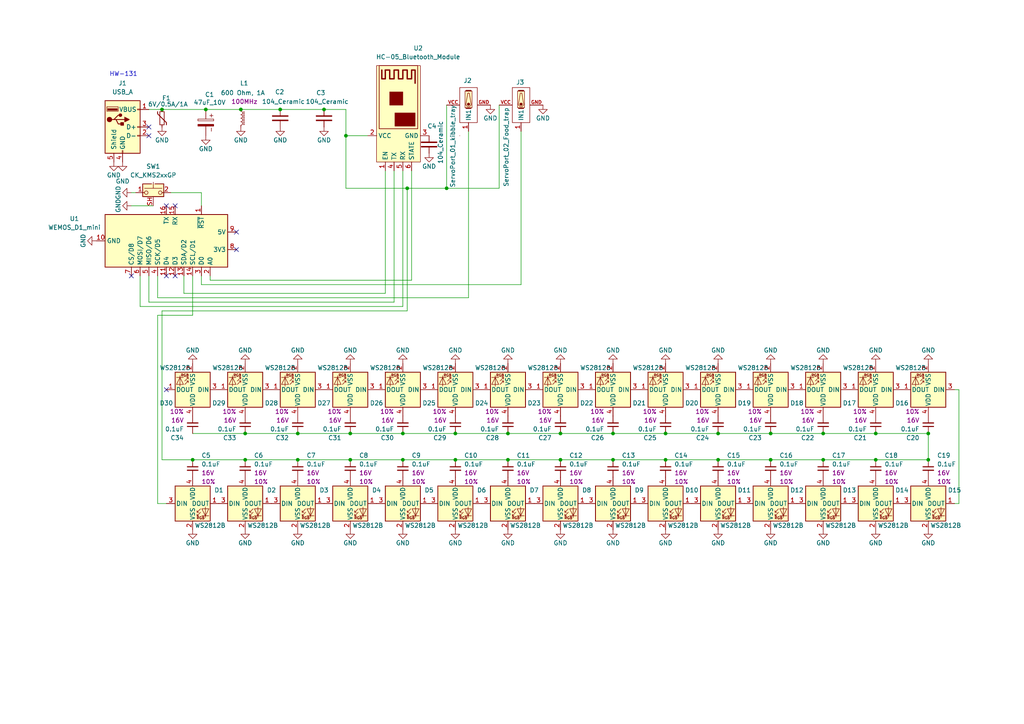
<source format=kicad_sch>
(kicad_sch (version 20250114) (generator "eeschema") (generator_version "9.0")
  (paper "A4")
  (title_block (title "Cat_feeder") (date "2026-01-28") (comment 1 "This is the schematic symbolising the electrical wiring of the cat feeder project."))
  (text "HW-131" (at 35.814 21.59 0) (effects (font (size 1.27 1.27))))
  (junction (at 254 125.73))
  (junction (at 193.04 125.73))
  (junction (at 177.8 133.35))
  (junction (at 118.11 54.61))
  (junction (at 162.56 125.73))
  (junction (at 46.99 31.75))
  (junction (at 177.8 125.73))
  (junction (at 269.24 133.35))
  (junction (at 86.36 133.35))
  (junction (at 208.28 125.73))
  (junction (at 81.28 31.75))
  (junction (at 238.76 133.35))
  (junction (at 86.36 125.73))
  (junction (at 223.52 133.35))
  (junction (at 223.52 125.73))
  (junction (at 238.76 125.73))
  (junction (at 116.84 125.73))
  (junction (at 100.33 39.37))
  (junction (at 71.12 133.35))
  (junction (at 129.54 54.61))
  (junction (at 59.69 31.75))
  (junction (at 101.6 125.73))
  (junction (at 162.56 133.35))
  (junction (at 116.84 133.35))
  (junction (at 93.98 31.75))
  (junction (at 132.08 133.35))
  (junction (at 55.88 133.35))
  (junction (at 254 133.35))
  (junction (at 147.32 125.73))
  (junction (at 69.85 31.75))
  (junction (at 147.32 133.35))
  (junction (at 193.04 133.35))
  (junction (at 269.24 125.73))
  (junction (at 71.12 125.73))
  (junction (at 208.28 133.35))
  (junction (at 101.6 133.35))
  (junction (at 132.08 125.73))
  (no_connect (at 50.8 80.01))
  (no_connect (at 43.18 39.37))
  (no_connect (at 50.8 59.69))
  (no_connect (at 38.1 80.01))
  (no_connect (at 43.18 36.83))
  (no_connect (at 68.58 72.39))
  (no_connect (at 48.26 80.01))
  (no_connect (at 68.58 67.31))
  (no_connect (at 48.26 113.03))
  (no_connect (at 48.26 59.69))
  (wire (pts (xy 114.3 49.53) (xy 114.3 87.63)))
  (wire (pts (xy 38.1 59.69) (xy 44.45 59.69)))
  (wire (pts (xy 162.56 133.35) (xy 147.32 133.35)))
  (wire (pts (xy 116.84 88.9) (xy 116.84 49.53)))
  (wire (pts (xy 135.89 38.1) (xy 135.89 86.36)))
  (wire (pts (xy 71.12 125.73) (xy 86.36 125.73)))
  (wire (pts (xy 147.32 125.73) (xy 162.56 125.73)))
  (wire (pts (xy 58.42 55.88) (xy 58.42 59.69)))
  (wire (pts (xy 269.24 125.73) (xy 269.24 133.35)))
  (wire (pts (xy 111.76 49.53) (xy 111.76 85.09)))
  (wire (pts (xy 129.54 54.61) (xy 144.78 54.61)))
  (wire (pts (xy 55.88 91.44) (xy 55.88 80.01)))
  (wire (pts (xy 254 133.35) (xy 238.76 133.35)))
  (wire (pts (xy 208.28 133.35) (xy 193.04 133.35)))
  (wire (pts (xy 223.52 125.73) (xy 238.76 125.73)))
  (wire (pts (xy 46.99 90.17) (xy 46.99 133.35)))
  (wire (pts (xy 45.72 91.44) (xy 55.88 91.44)))
  (wire (pts (xy 111.76 85.09) (xy 53.34 85.09)))
  (wire (pts (xy 116.84 125.73) (xy 132.08 125.73)))
  (wire (pts (xy 278.13 146.05) (xy 278.13 113.03)))
  (wire (pts (xy 55.88 125.73) (xy 71.12 125.73)))
  (wire (pts (xy 116.84 133.35) (xy 132.08 133.35)))
  (wire (pts (xy 59.69 31.75) (xy 69.85 31.75)))
  (wire (pts (xy 100.33 39.37) (xy 100.33 54.61)))
  (wire (pts (xy 43.18 80.01) (xy 43.18 87.63)))
  (wire (pts (xy 177.8 133.35) (xy 162.56 133.35)))
  (wire (pts (xy 100.33 31.75) (xy 100.33 39.37)))
  (wire (pts (xy 69.85 31.75) (xy 81.28 31.75)))
  (wire (pts (xy 276.86 146.05) (xy 278.13 146.05)))
  (wire (pts (xy 40.64 80.01) (xy 40.64 88.9)))
  (wire (pts (xy 60.96 81.28) (xy 119.38 81.28)))
  (wire (pts (xy 101.6 125.73) (xy 116.84 125.73)))
  (wire (pts (xy 144.78 30.48) (xy 144.78 54.61)))
  (wire (pts (xy 208.28 125.73) (xy 223.52 125.73)))
  (wire (pts (xy 151.13 38.1) (xy 151.13 82.55)))
  (wire (pts (xy 86.36 125.73) (xy 101.6 125.73)))
  (wire (pts (xy 55.88 133.35) (xy 71.12 133.35)))
  (wire (pts (xy 269.24 133.35) (xy 254 133.35)))
  (wire (pts (xy 53.34 85.09) (xy 53.34 80.01)))
  (wire (pts (xy 238.76 133.35) (xy 223.52 133.35)))
  (wire (pts (xy 132.08 133.35) (xy 147.32 133.35)))
  (wire (pts (xy 118.11 54.61) (xy 100.33 54.61)))
  (wire (pts (xy 118.11 90.17) (xy 118.11 54.61)))
  (wire (pts (xy 132.08 125.73) (xy 147.32 125.73)))
  (wire (pts (xy 60.96 81.28) (xy 60.96 80.01)))
  (wire (pts (xy 119.38 49.53) (xy 119.38 81.28)))
  (wire (pts (xy 43.18 31.75) (xy 46.99 31.75)))
  (wire (pts (xy 49.53 55.88) (xy 58.42 55.88)))
  (wire (pts (xy 43.18 87.63) (xy 114.3 87.63)))
  (wire (pts (xy 276.86 113.03) (xy 278.13 113.03)))
  (wire (pts (xy 58.42 82.55) (xy 151.13 82.55)))
  (wire (pts (xy 177.8 125.73) (xy 193.04 125.73)))
  (wire (pts (xy 81.28 31.75) (xy 93.98 31.75)))
  (wire (pts (xy 116.84 133.35) (xy 101.6 133.35)))
  (wire (pts (xy 118.11 54.61) (xy 129.54 54.61)))
  (wire (pts (xy 100.33 39.37) (xy 106.68 39.37)))
  (wire (pts (xy 223.52 133.35) (xy 208.28 133.35)))
  (wire (pts (xy 39.37 55.88) (xy 38.1 55.88)))
  (wire (pts (xy 45.72 86.36) (xy 135.89 86.36)))
  (wire (pts (xy 45.72 80.01) (xy 45.72 86.36)))
  (wire (pts (xy 46.99 133.35) (xy 55.88 133.35)))
  (wire (pts (xy 162.56 125.73) (xy 177.8 125.73)))
  (wire (pts (xy 118.11 90.17) (xy 46.99 90.17)))
  (wire (pts (xy 101.6 133.35) (xy 86.36 133.35)))
  (wire (pts (xy 48.26 146.05) (xy 45.72 146.05)))
  (wire (pts (xy 254 125.73) (xy 269.24 125.73)))
  (wire (pts (xy 40.64 88.9) (xy 116.84 88.9)))
  (wire (pts (xy 129.54 30.48) (xy 129.54 54.61)))
  (wire (pts (xy 238.76 125.73) (xy 254 125.73)))
  (wire (pts (xy 46.99 31.75) (xy 59.69 31.75)))
  (wire (pts (xy 86.36 133.35) (xy 71.12 133.35)))
  (wire (pts (xy 45.72 146.05) (xy 45.72 91.44)))
  (wire (pts (xy 193.04 125.73) (xy 208.28 125.73)))
  (wire (pts (xy 58.42 80.01) (xy 58.42 82.55)))
  (wire (pts (xy 93.98 31.75) (xy 100.33 31.75)))
  (wire (pts (xy 193.04 133.35) (xy 177.8 133.35)))
  (symbol (lib_id "PCM_SparkFun-LED:WS2812B_2020") (at 177.8 146.05 0) (unit 1)
    (property "Reference" "D9" (at 185.42 142.1698 0))
    (property "Value" "WS2812B" (at 182.88 152.4 0))
    (property "Footprint" "PCM_SparkFun-LED:WS2812_2020" (effects (hide yes)))
    (property "Datasheet" "https://cdn.sparkfun.com/assets/e/1/0/f/b/WS2812C-2020_V1.2_EN_19112716191654.pdf" (effects (hide yes)))
    (property "Description" "RGB LED with integrated controller" (effects (hide yes)))
    (property "PROD_ID" "DIO-15591" (effects (hide yes)))
  )
  (symbol (lib_id "PCM_SparkFun-PowerSymbol:GND") (at 55.88 153.67 0) (unit 1)
    (property "Reference" "#PWR01" (effects (hide yes)))
    (property "Value" "GND" (at 55.88 157.48 0))
    (property "Description" "Power symbol creates a global label with name \"GND\" , ground" (effects (hide yes)))
  )
  (symbol (lib_id "PCM_SparkFun-Capacitor:0.1uF_0402_16V_10%") (at 177.8 123.19 180) (unit 1)
    (property "Reference" "C26" (at 175.26 126.9938 0) (effects (justify left)))
    (property "Value" "0.1uF" (at 175.26 124.4538 0) (effects (justify left)))
    (property "Footprint" "PCM_SparkFun-Capacitor:C_0402_1005Metric" (effects (hide yes)))
    (property "Datasheet" "https://cdn.sparkfun.com/assets/8/a/4/a/5/Kemet_Capacitor_Datasheet.pdf" (effects (hide yes)))
    (property "Description" "Unpolarized capacitor" (effects (hide yes)))
    (property "PROD_ID" "CAP-25565" (effects (hide yes)))
    (property "Voltage" "16V" (at 175.26 121.9138 0) (effects (justify left)))
    (property "Tolerance" "10%" (at 175.26 119.3738 0) (effects (justify left)))
  )
  (symbol (lib_id "PCM_SL_Capacitors:104_Ceramic") (at 93.98 34.29 90) (unit 1)
    (property "Reference" "C3" (at 91.694 26.924 90) (effects (justify right)))
    (property "Value" "104_Ceramic" (at 88.646 29.464 90) (effects (justify right)))
    (property "Footprint" "Capacitor_THT:C_Disc_D5.0mm_W2.5mm_P2.50mm" (effects (hide yes)))
    (property "Description" "100nF Ceramic Capacitor" (effects (hide yes)))
  )
  (symbol (lib_id "PCM_SparkFun-Capacitor:0.1uF_0402_16V_10%") (at 269.24 135.89 0) (unit 1)
    (property "Reference" "C19" (at 271.78 132.0862 0) (effects (justify left)))
    (property "Value" "0.1uF" (at 271.78 134.6262 0) (effects (justify left)))
    (property "Footprint" "PCM_SparkFun-Capacitor:C_0402_1005Metric" (effects (hide yes)))
    (property "Datasheet" "https://cdn.sparkfun.com/assets/8/a/4/a/5/Kemet_Capacitor_Datasheet.pdf" (effects (hide yes)))
    (property "Description" "Unpolarized capacitor" (effects (hide yes)))
    (property "PROD_ID" "CAP-25565" (effects (hide yes)))
    (property "Voltage" "16V" (at 271.78 137.1662 0) (effects (justify left)))
    (property "Tolerance" "10%" (at 271.78 139.7062 0) (effects (justify left)))
  )
  (symbol (lib_id "PCM_SparkFun-LED:WS2812B_2020") (at 116.84 113.03 180) (unit 1)
    (property "Reference" "D26" (at 109.22 116.9102 0))
    (property "Value" "WS2812B" (at 111.76 106.68 0))
    (property "Footprint" "PCM_SparkFun-LED:WS2812_2020" (effects (hide yes)))
    (property "Datasheet" "https://cdn.sparkfun.com/assets/e/1/0/f/b/WS2812C-2020_V1.2_EN_19112716191654.pdf" (effects (hide yes)))
    (property "Description" "RGB LED with integrated controller" (effects (hide yes)))
    (property "PROD_ID" "DIO-15591" (effects (hide yes)))
  )
  (symbol (lib_id "PCM_SparkFun-PowerSymbol:GND") (at 254 105.41 180) (unit 1)
    (property "Reference" "#PWR030" (effects (hide yes)))
    (property "Value" "GND" (at 254 101.6 0))
    (property "Description" "Power symbol creates a global label with name \"GND\" , ground" (effects (hide yes)))
  )
  (symbol (lib_id "PCM_SparkFun-Capacitor:0.1uF_0402_16V_10%") (at 101.6 135.89 0) (unit 1)
    (property "Reference" "C8" (at 104.14 132.0862 0) (effects (justify left)))
    (property "Value" "0.1uF" (at 104.14 134.6262 0) (effects (justify left)))
    (property "Footprint" "PCM_SparkFun-Capacitor:C_0402_1005Metric" (effects (hide yes)))
    (property "Datasheet" "https://cdn.sparkfun.com/assets/8/a/4/a/5/Kemet_Capacitor_Datasheet.pdf" (effects (hide yes)))
    (property "Description" "Unpolarized capacitor" (effects (hide yes)))
    (property "PROD_ID" "CAP-25565" (effects (hide yes)))
    (property "Voltage" "16V" (at 104.14 137.1662 0) (effects (justify left)))
    (property "Tolerance" "10%" (at 104.14 139.7062 0) (effects (justify left)))
  )
  (symbol (lib_id "PCM_SparkFun-Capacitor:0.1uF_0402_16V_10%") (at 269.24 123.19 180) (unit 1)
    (property "Reference" "C20" (at 266.7 126.9938 0) (effects (justify left)))
    (property "Value" "0.1uF" (at 266.7 124.4538 0) (effects (justify left)))
    (property "Footprint" "PCM_SparkFun-Capacitor:C_0402_1005Metric" (effects (hide yes)))
    (property "Datasheet" "https://cdn.sparkfun.com/assets/8/a/4/a/5/Kemet_Capacitor_Datasheet.pdf" (effects (hide yes)))
    (property "Description" "Unpolarized capacitor" (effects (hide yes)))
    (property "PROD_ID" "CAP-25565" (effects (hide yes)))
    (property "Voltage" "16V" (at 266.7 121.9138 0) (effects (justify left)))
    (property "Tolerance" "10%" (at 266.7 119.3738 0) (effects (justify left)))
  )
  (symbol (lib_id "PCM_SparkFun-Capacitor:0.1uF_0402_16V_10%") (at 208.28 135.89 0) (unit 1)
    (property "Reference" "C15" (at 210.82 132.0862 0) (effects (justify left)))
    (property "Value" "0.1uF" (at 210.82 134.6262 0) (effects (justify left)))
    (property "Footprint" "PCM_SparkFun-Capacitor:C_0402_1005Metric" (effects (hide yes)))
    (property "Datasheet" "https://cdn.sparkfun.com/assets/8/a/4/a/5/Kemet_Capacitor_Datasheet.pdf" (effects (hide yes)))
    (property "Description" "Unpolarized capacitor" (effects (hide yes)))
    (property "PROD_ID" "CAP-25565" (effects (hide yes)))
    (property "Voltage" "16V" (at 210.82 137.1662 0) (effects (justify left)))
    (property "Tolerance" "10%" (at 210.82 139.7062 0) (effects (justify left)))
  )
  (symbol (lib_id "PCM_SparkFun-LED:WS2812B_2020") (at 147.32 146.05 0) (unit 1)
    (property "Reference" "D7" (at 154.94 142.1698 0))
    (property "Value" "WS2812B" (at 152.4 152.4 0))
    (property "Footprint" "PCM_SparkFun-LED:WS2812_2020" (effects (hide yes)))
    (property "Datasheet" "https://cdn.sparkfun.com/assets/e/1/0/f/b/WS2812C-2020_V1.2_EN_19112716191654.pdf" (effects (hide yes)))
    (property "Description" "RGB LED with integrated controller" (effects (hide yes)))
    (property "PROD_ID" "DIO-15591" (effects (hide yes)))
  )
  (symbol (lib_id "PCM_SparkFun-PowerSymbol:GND") (at 81.28 36.83 0) (unit 1)
    (property "Reference" "#PWR014" (effects (hide yes)))
    (property "Value" "GND" (at 81.28 40.64 0))
    (property "Description" "Power symbol creates a global label with name \"GND\" , ground" (effects (hide yes)))
  )
  (symbol (lib_id "PCM_SparkFun-PowerSymbol:GND") (at 33.02 46.99 0) (unit 1)
    (property "Reference" "#PWR07" (effects (hide yes)))
    (property "Value" "GND" (at 33.02 50.8 0))
    (property "Description" "Power symbol creates a global label with name \"GND\" , ground" (effects (hide yes)))
  )
  (symbol (lib_id "PCM_SparkFun-LED:WS2812B_2020") (at 177.8 113.03 180) (unit 1)
    (property "Reference" "D22" (at 170.18 116.9102 0))
    (property "Value" "WS2812B" (at 172.72 106.68 0))
    (property "Footprint" "PCM_SparkFun-LED:WS2812_2020" (effects (hide yes)))
    (property "Datasheet" "https://cdn.sparkfun.com/assets/e/1/0/f/b/WS2812C-2020_V1.2_EN_19112716191654.pdf" (effects (hide yes)))
    (property "Description" "RGB LED with integrated controller" (effects (hide yes)))
    (property "PROD_ID" "DIO-15591" (effects (hide yes)))
  )
  (symbol (lib_id "PCM_SparkFun-Capacitor:0.1uF_0402_16V_10%") (at 132.08 123.19 180) (unit 1)
    (property "Reference" "C29" (at 129.54 126.9938 0) (effects (justify left)))
    (property "Value" "0.1uF" (at 129.54 124.4538 0) (effects (justify left)))
    (property "Footprint" "PCM_SparkFun-Capacitor:C_0402_1005Metric" (effects (hide yes)))
    (property "Datasheet" "https://cdn.sparkfun.com/assets/8/a/4/a/5/Kemet_Capacitor_Datasheet.pdf" (effects (hide yes)))
    (property "Description" "Unpolarized capacitor" (effects (hide yes)))
    (property "PROD_ID" "CAP-25565" (effects (hide yes)))
    (property "Voltage" "16V" (at 129.54 121.9138 0) (effects (justify left)))
    (property "Tolerance" "10%" (at 129.54 119.3738 0) (effects (justify left)))
  )
  (symbol (lib_id "PCM_SparkFun-PowerSymbol:GND") (at 208.28 153.67 0) (unit 1)
    (property "Reference" "#PWR024" (effects (hide yes)))
    (property "Value" "GND" (at 208.28 157.48 0))
    (property "Description" "Power symbol creates a global label with name \"GND\" , ground" (effects (hide yes)))
  )
  (symbol (lib_id "PCM_SparkFun-PowerSymbol:GND") (at 35.56 46.99 0) (unit 1)
    (property "Reference" "#PWR03" (effects (hide yes)))
    (property "Value" "GND" (at 35.56 52.578 0))
    (property "Description" "Power symbol creates a global label with name \"GND\" , ground" (effects (hide yes)))
  )
  (symbol (lib_id "PCM_SparkFun-PowerSymbol:GND") (at 86.36 105.41 180) (unit 1)
    (property "Reference" "#PWR041" (effects (hide yes)))
    (property "Value" "GND" (at 86.36 101.6 0))
    (property "Description" "Power symbol creates a global label with name \"GND\" , ground" (effects (hide yes)))
  )
  (symbol (lib_id "PCM_SparkFun-Capacitor:0.1uF_0402_16V_10%") (at 162.56 123.19 180) (unit 1)
    (property "Reference" "C27" (at 160.02 126.9938 0) (effects (justify left)))
    (property "Value" "0.1uF" (at 160.02 124.4538 0) (effects (justify left)))
    (property "Footprint" "PCM_SparkFun-Capacitor:C_0402_1005Metric" (effects (hide yes)))
    (property "Datasheet" "https://cdn.sparkfun.com/assets/8/a/4/a/5/Kemet_Capacitor_Datasheet.pdf" (effects (hide yes)))
    (property "Description" "Unpolarized capacitor" (effects (hide yes)))
    (property "PROD_ID" "CAP-25565" (effects (hide yes)))
    (property "Voltage" "16V" (at 160.02 121.9138 0) (effects (justify left)))
    (property "Tolerance" "10%" (at 160.02 119.3738 0) (effects (justify left)))
  )
  (symbol (lib_id "PCM_SparkFun-PowerSymbol:GND") (at 132.08 153.67 0) (unit 1)
    (property "Reference" "#PWR020" (effects (hide yes)))
    (property "Value" "GND" (at 132.08 157.48 0))
    (property "Description" "Power symbol creates a global label with name \"GND\" , ground" (effects (hide yes)))
  )
  (symbol (lib_id "PCM_SparkFun-Capacitor:0.1uF_0402_16V_10%") (at 147.32 135.89 0) (unit 1)
    (property "Reference" "C11" (at 149.86 132.0862 0) (effects (justify left)))
    (property "Value" "0.1uF" (at 149.86 134.6262 0) (effects (justify left)))
    (property "Footprint" "PCM_SparkFun-Capacitor:C_0402_1005Metric" (effects (hide yes)))
    (property "Datasheet" "https://cdn.sparkfun.com/assets/8/a/4/a/5/Kemet_Capacitor_Datasheet.pdf" (effects (hide yes)))
    (property "Description" "Unpolarized capacitor" (effects (hide yes)))
    (property "PROD_ID" "CAP-25565" (effects (hide yes)))
    (property "Voltage" "16V" (at 149.86 137.1662 0) (effects (justify left)))
    (property "Tolerance" "10%" (at 149.86 139.7062 0) (effects (justify left)))
  )
  (symbol (lib_id "PCM_SparkFun-PowerSymbol:GND") (at 71.12 153.67 0) (unit 1)
    (property "Reference" "#PWR016" (effects (hide yes)))
    (property "Value" "GND" (at 71.12 157.48 0))
    (property "Description" "Power symbol creates a global label with name \"GND\" , ground" (effects (hide yes)))
  )
  (symbol (lib_id "PCM_SparkFun-PowerSymbol:GND") (at 157.48 30.48 0) (unit 1)
    (property "Reference" "#PWR010" (effects (hide yes)))
    (property "Value" "GND" (at 157.48 34.29 0))
    (property "Description" "Power symbol creates a global label with name \"GND\" , ground" (effects (hide yes)))
  )
  (symbol (lib_id "PCM_SparkFun-Capacitor:0.1uF_0402_16V_10%") (at 71.12 123.19 180) (unit 1)
    (property "Reference" "C33" (at 68.58 126.9938 0) (effects (justify left)))
    (property "Value" "0.1uF" (at 68.58 124.4538 0) (effects (justify left)))
    (property "Footprint" "PCM_SparkFun-Capacitor:C_0402_1005Metric" (effects (hide yes)))
    (property "Datasheet" "https://cdn.sparkfun.com/assets/8/a/4/a/5/Kemet_Capacitor_Datasheet.pdf" (effects (hide yes)))
    (property "Description" "Unpolarized capacitor" (effects (hide yes)))
    (property "PROD_ID" "CAP-25565" (effects (hide yes)))
    (property "Voltage" "16V" (at 68.58 121.9138 0) (effects (justify left)))
    (property "Tolerance" "10%" (at 68.58 119.3738 0) (effects (justify left)))
  )
  (symbol (lib_id "PCM_SparkFun-LED:WS2812B_2020") (at 162.56 113.03 180) (unit 1)
    (property "Reference" "D23" (at 154.94 116.9102 0))
    (property "Value" "WS2812B" (at 157.48 106.68 0))
    (property "Footprint" "PCM_SparkFun-LED:WS2812_2020" (effects (hide yes)))
    (property "Datasheet" "https://cdn.sparkfun.com/assets/e/1/0/f/b/WS2812C-2020_V1.2_EN_19112716191654.pdf" (effects (hide yes)))
    (property "Description" "RGB LED with integrated controller" (effects (hide yes)))
    (property "PROD_ID" "DIO-15591" (effects (hide yes)))
  )
  (symbol (lib_id "PCM_SparkFun-PowerSymbol:GND") (at 55.88 105.41 180) (unit 1)
    (property "Reference" "#PWR043" (effects (hide yes)))
    (property "Value" "GND" (at 55.88 101.6 0))
    (property "Description" "Power symbol creates a global label with name \"GND\" , ground" (effects (hide yes)))
  )
  (symbol (lib_id "PCM_SparkFun-LED:WS2812B_2020") (at 193.04 113.03 180) (unit 1)
    (property "Reference" "D21" (at 185.42 116.9102 0))
    (property "Value" "WS2812B" (at 187.96 106.68 0))
    (property "Footprint" "PCM_SparkFun-LED:WS2812_2020" (effects (hide yes)))
    (property "Datasheet" "https://cdn.sparkfun.com/assets/e/1/0/f/b/WS2812C-2020_V1.2_EN_19112716191654.pdf" (effects (hide yes)))
    (property "Description" "RGB LED with integrated controller" (effects (hide yes)))
    (property "PROD_ID" "DIO-15591" (effects (hide yes)))
  )
  (symbol (lib_id "PCM_SparkFun-Capacitor:0.1uF_0402_16V_10%") (at 55.88 123.19 180) (unit 1)
    (property "Reference" "C34" (at 53.34 126.9938 0) (effects (justify left)))
    (property "Value" "0.1uF" (at 53.34 124.4538 0) (effects (justify left)))
    (property "Footprint" "PCM_SparkFun-Capacitor:C_0402_1005Metric" (effects (hide yes)))
    (property "Datasheet" "https://cdn.sparkfun.com/assets/8/a/4/a/5/Kemet_Capacitor_Datasheet.pdf" (effects (hide yes)))
    (property "Description" "Unpolarized capacitor" (effects (hide yes)))
    (property "PROD_ID" "CAP-25565" (effects (hide yes)))
    (property "Voltage" "16V" (at 53.34 121.9138 0) (effects (justify left)))
    (property "Tolerance" "10%" (at 53.34 119.3738 0) (effects (justify left)))
  )
  (symbol (lib_id "PCM_SparkFun-LED:WS2812B_2020") (at 132.08 146.05 0) (unit 1)
    (property "Reference" "D6" (at 139.7 142.1698 0))
    (property "Value" "WS2812B" (at 137.16 152.4 0))
    (property "Footprint" "PCM_SparkFun-LED:WS2812_2020" (effects (hide yes)))
    (property "Datasheet" "https://cdn.sparkfun.com/assets/e/1/0/f/b/WS2812C-2020_V1.2_EN_19112716191654.pdf" (effects (hide yes)))
    (property "Description" "RGB LED with integrated controller" (effects (hide yes)))
    (property "PROD_ID" "DIO-15591" (effects (hide yes)))
  )
  (symbol (lib_id "PCM_SparkFun-PowerSymbol:GND") (at 101.6 153.67 0) (unit 1)
    (property "Reference" "#PWR018" (effects (hide yes)))
    (property "Value" "GND" (at 101.6 157.48 0))
    (property "Description" "Power symbol creates a global label with name \"GND\" , ground" (effects (hide yes)))
  )
  (symbol (lib_id "PCM_SparkFun-Capacitor:0.1uF_0402_16V_10%") (at 147.32 123.19 180) (unit 1)
    (property "Reference" "C28" (at 144.78 126.9938 0) (effects (justify left)))
    (property "Value" "0.1uF" (at 144.78 124.4538 0) (effects (justify left)))
    (property "Footprint" "PCM_SparkFun-Capacitor:C_0402_1005Metric" (effects (hide yes)))
    (property "Datasheet" "https://cdn.sparkfun.com/assets/8/a/4/a/5/Kemet_Capacitor_Datasheet.pdf" (effects (hide yes)))
    (property "Description" "Unpolarized capacitor" (effects (hide yes)))
    (property "PROD_ID" "CAP-25565" (effects (hide yes)))
    (property "Voltage" "16V" (at 144.78 121.9138 0) (effects (justify left)))
    (property "Tolerance" "10%" (at 144.78 119.3738 0) (effects (justify left)))
  )
  (symbol (lib_id "PCM_SparkFun-PowerSymbol:GND") (at 147.32 105.41 180) (unit 1)
    (property "Reference" "#PWR037" (effects (hide yes)))
    (property "Value" "GND" (at 147.32 101.6 0))
    (property "Description" "Power symbol creates a global label with name \"GND\" , ground" (effects (hide yes)))
  )
  (symbol (lib_id "PCM_SparkFun-Capacitor:0.1uF_0402_16V_10%") (at 193.04 135.89 0) (unit 1)
    (property "Reference" "C14" (at 195.58 132.0862 0) (effects (justify left)))
    (property "Value" "0.1uF" (at 195.58 134.6262 0) (effects (justify left)))
    (property "Footprint" "PCM_SparkFun-Capacitor:C_0402_1005Metric" (effects (hide yes)))
    (property "Datasheet" "https://cdn.sparkfun.com/assets/8/a/4/a/5/Kemet_Capacitor_Datasheet.pdf" (effects (hide yes)))
    (property "Description" "Unpolarized capacitor" (effects (hide yes)))
    (property "PROD_ID" "CAP-25565" (effects (hide yes)))
    (property "Voltage" "16V" (at 195.58 137.1662 0) (effects (justify left)))
    (property "Tolerance" "10%" (at 195.58 139.7062 0) (effects (justify left)))
  )
  (symbol (lib_id "PCM_SparkFun-LED:WS2812B_2020") (at 238.76 113.03 180) (unit 1)
    (property "Reference" "D18" (at 231.14 116.9102 0))
    (property "Value" "WS2812B" (at 233.68 106.68 0))
    (property "Footprint" "PCM_SparkFun-LED:WS2812_2020" (effects (hide yes)))
    (property "Datasheet" "https://cdn.sparkfun.com/assets/e/1/0/f/b/WS2812C-2020_V1.2_EN_19112716191654.pdf" (effects (hide yes)))
    (property "Description" "RGB LED with integrated controller" (effects (hide yes)))
    (property "PROD_ID" "DIO-15591" (effects (hide yes)))
  )
  (symbol (lib_id "PCM_SparkFun-Capacitor:0.1uF_0402_16V_10%") (at 71.12 135.89 0) (unit 1)
    (property "Reference" "C6" (at 73.66 132.0862 0) (effects (justify left)))
    (property "Value" "0.1uF" (at 73.66 134.6262 0) (effects (justify left)))
    (property "Footprint" "PCM_SparkFun-Capacitor:C_0402_1005Metric" (effects (hide yes)))
    (property "Datasheet" "https://cdn.sparkfun.com/assets/8/a/4/a/5/Kemet_Capacitor_Datasheet.pdf" (effects (hide yes)))
    (property "Description" "Unpolarized capacitor" (effects (hide yes)))
    (property "PROD_ID" "CAP-25565" (effects (hide yes)))
    (property "Voltage" "16V" (at 73.66 137.1662 0) (effects (justify left)))
    (property "Tolerance" "10%" (at 73.66 139.7062 0) (effects (justify left)))
  )
  (symbol (lib_id "PCM_SparkFun-Capacitor:0.1uF_0402_16V_10%") (at 193.04 123.19 180) (unit 1)
    (property "Reference" "C25" (at 190.5 126.9938 0) (effects (justify left)))
    (property "Value" "0.1uF" (at 190.5 124.4538 0) (effects (justify left)))
    (property "Footprint" "PCM_SparkFun-Capacitor:C_0402_1005Metric" (effects (hide yes)))
    (property "Datasheet" "https://cdn.sparkfun.com/assets/8/a/4/a/5/Kemet_Capacitor_Datasheet.pdf" (effects (hide yes)))
    (property "Description" "Unpolarized capacitor" (effects (hide yes)))
    (property "PROD_ID" "CAP-25565" (effects (hide yes)))
    (property "Voltage" "16V" (at 190.5 121.9138 0) (effects (justify left)))
    (property "Tolerance" "10%" (at 190.5 119.3738 0) (effects (justify left)))
  )
  (symbol (lib_id "PCM_SL_Connectors:ServoPort_01") (at 135.89 30.48 90) (unit 1)
    (property "Reference" "J2" (at 135.636 23.368 90))
    (property "Value" "ServoPort_01_kibble_tray" (at 131.318 42.418 0))
    (property "Footprint" "PCM_SL_Connectors:ServoPort_01_Vertical" (effects (hide yes)))
    (property "Description" "pin header array which can connect servos." (effects (hide yes)))
  )
  (symbol (lib_id "PCM_SparkFun-PowerSymbol:GND") (at 238.76 105.41 180) (unit 1)
    (property "Reference" "#PWR031" (effects (hide yes)))
    (property "Value" "GND" (at 238.76 101.6 0))
    (property "Description" "Power symbol creates a global label with name \"GND\" , ground" (effects (hide yes)))
  )
  (symbol (lib_id "PCM_SparkFun-LED:WS2812B_2020") (at 101.6 146.05 0) (unit 1)
    (property "Reference" "D4" (at 109.22 142.1698 0))
    (property "Value" "WS2812B" (at 106.68 152.4 0))
    (property "Footprint" "PCM_SparkFun-LED:WS2812_2020" (effects (hide yes)))
    (property "Datasheet" "https://cdn.sparkfun.com/assets/e/1/0/f/b/WS2812C-2020_V1.2_EN_19112716191654.pdf" (effects (hide yes)))
    (property "Description" "RGB LED with integrated controller" (effects (hide yes)))
    (property "PROD_ID" "DIO-15591" (effects (hide yes)))
  )
  (symbol (lib_id "PCM_SparkFun-LED:WS2812B_2020") (at 147.32 113.03 180) (unit 1)
    (property "Reference" "D24" (at 139.7 116.9102 0))
    (property "Value" "WS2812B" (at 142.24 106.68 0))
    (property "Footprint" "PCM_SparkFun-LED:WS2812_2020" (effects (hide yes)))
    (property "Datasheet" "https://cdn.sparkfun.com/assets/e/1/0/f/b/WS2812C-2020_V1.2_EN_19112716191654.pdf" (effects (hide yes)))
    (property "Description" "RGB LED with integrated controller" (effects (hide yes)))
    (property "PROD_ID" "DIO-15591" (effects (hide yes)))
  )
  (symbol (lib_id "RF_Module:WEMOS_D1_mini") (at 48.26 69.85 270) (unit 1)
    (property "Reference" "U1" (at 21.59 63.4298 90))
    (property "Value" "WEMOS_D1_mini" (at 21.59 65.9698 90))
    (property "Footprint" "RF_Module:WEMOS_D1_mini_light" (effects (hide yes)))
    (property "Datasheet" "https://wiki.wemos.cc/products:d1:d1_mini#documentation" (effects (hide yes)))
    (property "Description" "32-bit microcontroller module with WiFi" (effects (hide yes)))
  )
  (symbol (lib_id "PCM_SparkFun-LED:WS2812B_2020") (at 86.36 146.05 0) (unit 1)
    (property "Reference" "D3" (at 93.98 142.1698 0))
    (property "Value" "WS2812B" (at 91.44 152.4 0))
    (property "Footprint" "PCM_SparkFun-LED:WS2812_2020" (effects (hide yes)))
    (property "Datasheet" "https://cdn.sparkfun.com/assets/e/1/0/f/b/WS2812C-2020_V1.2_EN_19112716191654.pdf" (effects (hide yes)))
    (property "Description" "RGB LED with integrated controller" (effects (hide yes)))
    (property "PROD_ID" "DIO-15591" (effects (hide yes)))
  )
  (symbol (lib_id "PCM_SL_Capacitors:47uF_10V") (at 59.69 35.56 270) (unit 1)
    (property "Reference" "C1" (at 59.436 27.432 90) (effects (justify left)))
    (property "Value" "47uF_10V" (at 56.134 29.718 90) (effects (justify left)))
    (property "Footprint" "Capacitor_THT:CP_Radial_D4.0mm_P1.50mm" (effects (hide yes)))
    (property "Description" "47uF, 10V Electrolytic Capacitor" (effects (hide yes)))
  )
  (symbol (lib_id "PCM_SparkFun-LED:WS2812B_2020") (at 208.28 146.05 0) (unit 1)
    (property "Reference" "D11" (at 215.9 142.1698 0))
    (property "Value" "WS2812B" (at 213.36 152.4 0))
    (property "Footprint" "PCM_SparkFun-LED:WS2812_2020" (effects (hide yes)))
    (property "Datasheet" "https://cdn.sparkfun.com/assets/e/1/0/f/b/WS2812C-2020_V1.2_EN_19112716191654.pdf" (effects (hide yes)))
    (property "Description" "RGB LED with integrated controller" (effects (hide yes)))
    (property "PROD_ID" "DIO-15591" (effects (hide yes)))
  )
  (symbol (lib_id "PCM_SparkFun-LED:WS2812B_2020") (at 55.88 146.05 0) (unit 1)
    (property "Reference" "D1" (at 63.5 142.1698 0))
    (property "Value" "WS2812B" (at 60.96 152.4 0))
    (property "Footprint" "PCM_SparkFun-LED:WS2812_2020" (effects (hide yes)))
    (property "Datasheet" "https://cdn.sparkfun.com/assets/e/1/0/f/b/WS2812C-2020_V1.2_EN_19112716191654.pdf" (effects (hide yes)))
    (property "Description" "RGB LED with integrated controller" (effects (hide yes)))
    (property "PROD_ID" "DIO-15591" (effects (hide yes)))
  )
  (symbol (lib_id "PCM_SparkFun-LED:WS2812B_2020") (at 55.88 113.03 180) (unit 1)
    (property "Reference" "D30" (at 48.26 116.9102 0))
    (property "Value" "WS2812B" (at 50.8 106.68 0))
    (property "Footprint" "PCM_SparkFun-LED:WS2812_2020" (effects (hide yes)))
    (property "Datasheet" "https://cdn.sparkfun.com/assets/e/1/0/f/b/WS2812C-2020_V1.2_EN_19112716191654.pdf" (effects (hide yes)))
    (property "Description" "RGB LED with integrated controller" (effects (hide yes)))
    (property "PROD_ID" "DIO-15591" (effects (hide yes)))
  )
  (symbol (lib_id "PCM_SparkFun-Capacitor:0.1uF_0402_16V_10%") (at 132.08 135.89 0) (unit 1)
    (property "Reference" "C10" (at 134.62 132.0862 0) (effects (justify left)))
    (property "Value" "0.1uF" (at 134.62 134.6262 0) (effects (justify left)))
    (property "Footprint" "PCM_SparkFun-Capacitor:C_0402_1005Metric" (effects (hide yes)))
    (property "Datasheet" "https://cdn.sparkfun.com/assets/8/a/4/a/5/Kemet_Capacitor_Datasheet.pdf" (effects (hide yes)))
    (property "Description" "Unpolarized capacitor" (effects (hide yes)))
    (property "PROD_ID" "CAP-25565" (effects (hide yes)))
    (property "Voltage" "16V" (at 134.62 137.1662 0) (effects (justify left)))
    (property "Tolerance" "10%" (at 134.62 139.7062 0) (effects (justify left)))
  )
  (symbol (lib_id "PCM_SparkFun-PowerSymbol:GND") (at 208.28 105.41 180) (unit 1)
    (property "Reference" "#PWR033" (effects (hide yes)))
    (property "Value" "GND" (at 208.28 101.6 0))
    (property "Description" "Power symbol creates a global label with name \"GND\" , ground" (effects (hide yes)))
  )
  (symbol (lib_id "PCM_SparkFun-PowerSymbol:GND") (at 142.24 30.48 0) (unit 1)
    (property "Reference" "#PWR09" (effects (hide yes)))
    (property "Value" "GND" (at 142.24 34.29 0))
    (property "Description" "Power symbol creates a global label with name \"GND\" , ground" (effects (hide yes)))
  )
  (symbol (lib_id "PCM_SparkFun-Capacitor:0.1uF_0402_16V_10%") (at 208.28 123.19 180) (unit 1)
    (property "Reference" "C24" (at 205.74 126.9938 0) (effects (justify left)))
    (property "Value" "0.1uF" (at 205.74 124.4538 0) (effects (justify left)))
    (property "Footprint" "PCM_SparkFun-Capacitor:C_0402_1005Metric" (effects (hide yes)))
    (property "Datasheet" "https://cdn.sparkfun.com/assets/8/a/4/a/5/Kemet_Capacitor_Datasheet.pdf" (effects (hide yes)))
    (property "Description" "Unpolarized capacitor" (effects (hide yes)))
    (property "PROD_ID" "CAP-25565" (effects (hide yes)))
    (property "Voltage" "16V" (at 205.74 121.9138 0) (effects (justify left)))
    (property "Tolerance" "10%" (at 205.74 119.3738 0) (effects (justify left)))
  )
  (symbol (lib_id "PCM_SL_Capacitors:104_Ceramic") (at 81.28 34.29 90) (unit 1)
    (property "Reference" "C2" (at 79.756 26.67 90) (effects (justify right)))
    (property "Value" "104_Ceramic" (at 75.946 29.464 90) (effects (justify right)))
    (property "Footprint" "Capacitor_THT:C_Disc_D5.0mm_W2.5mm_P2.50mm" (effects (hide yes)))
    (property "Description" "100nF Ceramic Capacitor" (effects (hide yes)))
  )
  (symbol (lib_id "PCM_SparkFun-Capacitor:0.1uF_0402_16V_10%") (at 177.8 135.89 0) (unit 1)
    (property "Reference" "C13" (at 180.34 132.0862 0) (effects (justify left)))
    (property "Value" "0.1uF" (at 180.34 134.6262 0) (effects (justify left)))
    (property "Footprint" "PCM_SparkFun-Capacitor:C_0402_1005Metric" (effects (hide yes)))
    (property "Datasheet" "https://cdn.sparkfun.com/assets/8/a/4/a/5/Kemet_Capacitor_Datasheet.pdf" (effects (hide yes)))
    (property "Description" "Unpolarized capacitor" (effects (hide yes)))
    (property "PROD_ID" "CAP-25565" (effects (hide yes)))
    (property "Voltage" "16V" (at 180.34 137.1662 0) (effects (justify left)))
    (property "Tolerance" "10%" (at 180.34 139.7062 0) (effects (justify left)))
  )
  (symbol (lib_id "PCM_SparkFun-PowerSymbol:GND") (at 223.52 105.41 180) (unit 1)
    (property "Reference" "#PWR032" (effects (hide yes)))
    (property "Value" "GND" (at 223.52 101.6 0))
    (property "Description" "Power symbol creates a global label with name \"GND\" , ground" (effects (hide yes)))
  )
  (symbol (lib_id "PCM_SparkFun-PowerSymbol:GND") (at 38.1 59.69 270) (unit 1)
    (property "Reference" "#PWR012" (effects (hide yes)))
    (property "Value" "GND" (at 34.29 59.69 0))
    (property "Description" "Power symbol creates a global label with name \"GND\" , ground" (effects (hide yes)))
  )
  (symbol (lib_id "PCM_SparkFun-LED:WS2812B_2020") (at 269.24 113.03 180) (unit 1)
    (property "Reference" "D16" (at 261.62 116.9102 0))
    (property "Value" "WS2812B" (at 264.16 106.68 0))
    (property "Footprint" "PCM_SparkFun-LED:WS2812_2020" (effects (hide yes)))
    (property "Datasheet" "https://cdn.sparkfun.com/assets/e/1/0/f/b/WS2812C-2020_V1.2_EN_19112716191654.pdf" (effects (hide yes)))
    (property "Description" "RGB LED with integrated controller" (effects (hide yes)))
    (property "PROD_ID" "DIO-15591" (effects (hide yes)))
  )
  (symbol (lib_id "Connector:USB_A") (at 35.56 36.83 0) (unit 1)
    (property "Reference" "J1" (at 35.56 24.13 0))
    (property "Value" "USB_A" (at 35.56 26.67 0))
    (property "Footprint" "Connector_USB:USB_A_Connfly_DS1095" (effects (hide yes)))
    (property "Description" "USB Type A connector" (effects (hide yes)))
  )
  (symbol (lib_id "PCM_SparkFun-PowerSymbol:GND") (at 116.84 153.67 0) (unit 1)
    (property "Reference" "#PWR019" (effects (hide yes)))
    (property "Value" "GND" (at 116.84 157.48 0))
    (property "Description" "Power symbol creates a global label with name \"GND\" , ground" (effects (hide yes)))
  )
  (symbol (lib_id "PCM_SparkFun-Capacitor:0.1uF_0402_16V_10%") (at 86.36 135.89 0) (unit 1)
    (property "Reference" "C7" (at 88.9 132.0862 0) (effects (justify left)))
    (property "Value" "0.1uF" (at 88.9 134.6262 0) (effects (justify left)))
    (property "Footprint" "PCM_SparkFun-Capacitor:C_0402_1005Metric" (effects (hide yes)))
    (property "Datasheet" "https://cdn.sparkfun.com/assets/8/a/4/a/5/Kemet_Capacitor_Datasheet.pdf" (effects (hide yes)))
    (property "Description" "Unpolarized capacitor" (effects (hide yes)))
    (property "PROD_ID" "CAP-25565" (effects (hide yes)))
    (property "Voltage" "16V" (at 88.9 137.1662 0) (effects (justify left)))
    (property "Tolerance" "10%" (at 88.9 139.7062 0) (effects (justify left)))
  )
  (symbol (lib_id "PCM_SparkFun-PowerSymbol:GND") (at 101.6 105.41 180) (unit 1)
    (property "Reference" "#PWR040" (effects (hide yes)))
    (property "Value" "GND" (at 101.6 101.6 0))
    (property "Description" "Power symbol creates a global label with name \"GND\" , ground" (effects (hide yes)))
  )
  (symbol (lib_id "PCM_SparkFun-LED:WS2812B_2020") (at 223.52 146.05 0) (unit 1)
    (property "Reference" "D12" (at 231.14 142.1698 0))
    (property "Value" "WS2812B" (at 228.6 152.4 0))
    (property "Footprint" "PCM_SparkFun-LED:WS2812_2020" (effects (hide yes)))
    (property "Datasheet" "https://cdn.sparkfun.com/assets/e/1/0/f/b/WS2812C-2020_V1.2_EN_19112716191654.pdf" (effects (hide yes)))
    (property "Description" "RGB LED with integrated controller" (effects (hide yes)))
    (property "PROD_ID" "DIO-15591" (effects (hide yes)))
  )
  (symbol (lib_id "PCM_SparkFun-LED:WS2812B_2020") (at 71.12 146.05 0) (unit 1)
    (property "Reference" "D2" (at 78.74 142.1698 0))
    (property "Value" "WS2812B" (at 76.2 152.4 0))
    (property "Footprint" "PCM_SparkFun-LED:WS2812_2020" (effects (hide yes)))
    (property "Datasheet" "https://cdn.sparkfun.com/assets/e/1/0/f/b/WS2812C-2020_V1.2_EN_19112716191654.pdf" (effects (hide yes)))
    (property "Description" "RGB LED with integrated controller" (effects (hide yes)))
    (property "PROD_ID" "DIO-15591" (effects (hide yes)))
  )
  (symbol (lib_id "PCM_SparkFun-PowerSymbol:GND") (at 116.84 105.41 180) (unit 1)
    (property "Reference" "#PWR039" (effects (hide yes)))
    (property "Value" "GND" (at 116.84 101.6 0))
    (property "Description" "Power symbol creates a global label with name \"GND\" , ground" (effects (hide yes)))
  )
  (symbol (lib_id "PCM_SparkFun-LED:WS2812B_2020") (at 269.24 146.05 0) (unit 1)
    (property "Reference" "D15" (at 276.86 142.1698 0))
    (property "Value" "WS2812B" (at 274.32 152.4 0))
    (property "Footprint" "PCM_SparkFun-LED:WS2812_2020" (effects (hide yes)))
    (property "Datasheet" "https://cdn.sparkfun.com/assets/e/1/0/f/b/WS2812C-2020_V1.2_EN_19112716191654.pdf" (effects (hide yes)))
    (property "Description" "RGB LED with integrated controller" (effects (hide yes)))
    (property "PROD_ID" "DIO-15591" (effects (hide yes)))
  )
  (symbol (lib_id "PCM_SparkFun-PowerSymbol:GND") (at 27.94 69.85 270) (unit 1)
    (property "Reference" "#PWR06" (effects (hide yes)))
    (property "Value" "GND" (at 24.13 69.85 0))
    (property "Description" "Power symbol creates a global label with name \"GND\" , ground" (effects (hide yes)))
  )
  (symbol (lib_id "PCM_SparkFun-PowerSymbol:GND") (at 46.99 36.83 0) (unit 1)
    (property "Reference" "#PWR04" (effects (hide yes)))
    (property "Value" "GND" (at 46.99 40.64 0))
    (property "Description" "Power symbol creates a global label with name \"GND\" , ground" (effects (hide yes)))
  )
  (symbol (lib_id "PCM_SparkFun-Capacitor:0.1uF_0402_16V_10%") (at 86.36 123.19 180) (unit 1)
    (property "Reference" "C32" (at 83.82 126.9938 0) (effects (justify left)))
    (property "Value" "0.1uF" (at 83.82 124.4538 0) (effects (justify left)))
    (property "Footprint" "PCM_SparkFun-Capacitor:C_0402_1005Metric" (effects (hide yes)))
    (property "Datasheet" "https://cdn.sparkfun.com/assets/8/a/4/a/5/Kemet_Capacitor_Datasheet.pdf" (effects (hide yes)))
    (property "Description" "Unpolarized capacitor" (effects (hide yes)))
    (property "PROD_ID" "CAP-25565" (effects (hide yes)))
    (property "Voltage" "16V" (at 83.82 121.9138 0) (effects (justify left)))
    (property "Tolerance" "10%" (at 83.82 119.3738 0) (effects (justify left)))
  )
  (symbol (lib_id "PCM_SparkFun-Capacitor:0.1uF_0402_16V_10%") (at 162.56 135.89 0) (unit 1)
    (property "Reference" "C12" (at 165.1 132.0862 0) (effects (justify left)))
    (property "Value" "0.1uF" (at 165.1 134.6262 0) (effects (justify left)))
    (property "Footprint" "PCM_SparkFun-Capacitor:C_0402_1005Metric" (effects (hide yes)))
    (property "Datasheet" "https://cdn.sparkfun.com/assets/8/a/4/a/5/Kemet_Capacitor_Datasheet.pdf" (effects (hide yes)))
    (property "Description" "Unpolarized capacitor" (effects (hide yes)))
    (property "PROD_ID" "CAP-25565" (effects (hide yes)))
    (property "Voltage" "16V" (at 165.1 137.1662 0) (effects (justify left)))
    (property "Tolerance" "10%" (at 165.1 139.7062 0) (effects (justify left)))
  )
  (symbol (lib_id "PCM_SparkFun-PowerSymbol:GND") (at 177.8 153.67 0) (unit 1)
    (property "Reference" "#PWR022" (effects (hide yes)))
    (property "Value" "GND" (at 177.8 157.48 0))
    (property "Description" "Power symbol creates a global label with name \"GND\" , ground" (effects (hide yes)))
  )
  (symbol (lib_id "PCM_SparkFun-LED:WS2812B_2020") (at 238.76 146.05 0) (unit 1)
    (property "Reference" "D13" (at 246.38 142.1698 0))
    (property "Value" "WS2812B" (at 243.84 152.4 0))
    (property "Footprint" "PCM_SparkFun-LED:WS2812_2020" (effects (hide yes)))
    (property "Datasheet" "https://cdn.sparkfun.com/assets/e/1/0/f/b/WS2812C-2020_V1.2_EN_19112716191654.pdf" (effects (hide yes)))
    (property "Description" "RGB LED with integrated controller" (effects (hide yes)))
    (property "PROD_ID" "DIO-15591" (effects (hide yes)))
  )
  (symbol (lib_id "PCM_SparkFun-Capacitor:0.1uF_0402_16V_10%") (at 223.52 123.19 180) (unit 1)
    (property "Reference" "C23" (at 220.98 126.9938 0) (effects (justify left)))
    (property "Value" "0.1uF" (at 220.98 124.4538 0) (effects (justify left)))
    (property "Footprint" "PCM_SparkFun-Capacitor:C_0402_1005Metric" (effects (hide yes)))
    (property "Datasheet" "https://cdn.sparkfun.com/assets/8/a/4/a/5/Kemet_Capacitor_Datasheet.pdf" (effects (hide yes)))
    (property "Description" "Unpolarized capacitor" (effects (hide yes)))
    (property "PROD_ID" "CAP-25565" (effects (hide yes)))
    (property "Voltage" "16V" (at 220.98 121.9138 0) (effects (justify left)))
    (property "Tolerance" "10%" (at 220.98 119.3738 0) (effects (justify left)))
  )
  (symbol (lib_id "PCM_SparkFun-LED:WS2812B_2020") (at 86.36 113.03 180) (unit 1)
    (property "Reference" "D28" (at 78.74 116.9102 0))
    (property "Value" "WS2812B" (at 81.28 106.68 0))
    (property "Footprint" "PCM_SparkFun-LED:WS2812_2020" (effects (hide yes)))
    (property "Datasheet" "https://cdn.sparkfun.com/assets/e/1/0/f/b/WS2812C-2020_V1.2_EN_19112716191654.pdf" (effects (hide yes)))
    (property "Description" "RGB LED with integrated controller" (effects (hide yes)))
    (property "PROD_ID" "DIO-15591" (effects (hide yes)))
  )
  (symbol (lib_id "PCM_SparkFun-Capacitor:0.1uF_0402_16V_10%") (at 116.84 123.19 180) (unit 1)
    (property "Reference" "C30" (at 114.3 126.9938 0) (effects (justify left)))
    (property "Value" "0.1uF" (at 114.3 124.4538 0) (effects (justify left)))
    (property "Footprint" "PCM_SparkFun-Capacitor:C_0402_1005Metric" (effects (hide yes)))
    (property "Datasheet" "https://cdn.sparkfun.com/assets/8/a/4/a/5/Kemet_Capacitor_Datasheet.pdf" (effects (hide yes)))
    (property "Description" "Unpolarized capacitor" (effects (hide yes)))
    (property "PROD_ID" "CAP-25565" (effects (hide yes)))
    (property "Voltage" "16V" (at 114.3 121.9138 0) (effects (justify left)))
    (property "Tolerance" "10%" (at 114.3 119.3738 0) (effects (justify left)))
  )
  (symbol (lib_id "PCM_SL_Connectors:ServoPort_01") (at 151.13 30.48 90) (unit 1)
    (property "Reference" "J3" (at 150.876 23.876 90))
    (property "Value" "ServoPort_02_Food_trap" (at 146.812 42.672 0))
    (property "Footprint" "PCM_SL_Connectors:ServoPort_01_Vertical" (effects (hide yes)))
    (property "Description" "pin header array which can connect servos." (effects (hide yes)))
  )
  (symbol (lib_id "PCM_SparkFun-PowerSymbol:GND") (at 193.04 153.67 0) (unit 1)
    (property "Reference" "#PWR023" (effects (hide yes)))
    (property "Value" "GND" (at 193.04 157.48 0))
    (property "Description" "Power symbol creates a global label with name \"GND\" , ground" (effects (hide yes)))
  )
  (symbol (lib_id "PCM_SparkFun-Capacitor:0.1uF_0402_16V_10%") (at 238.76 123.19 180) (unit 1)
    (property "Reference" "C22" (at 236.22 126.9938 0) (effects (justify left)))
    (property "Value" "0.1uF" (at 236.22 124.4538 0) (effects (justify left)))
    (property "Footprint" "PCM_SparkFun-Capacitor:C_0402_1005Metric" (effects (hide yes)))
    (property "Datasheet" "https://cdn.sparkfun.com/assets/8/a/4/a/5/Kemet_Capacitor_Datasheet.pdf" (effects (hide yes)))
    (property "Description" "Unpolarized capacitor" (effects (hide yes)))
    (property "PROD_ID" "CAP-25565" (effects (hide yes)))
    (property "Voltage" "16V" (at 236.22 121.9138 0) (effects (justify left)))
    (property "Tolerance" "10%" (at 236.22 119.3738 0) (effects (justify left)))
  )
  (symbol (lib_id "PCM_SL_Capacitors:104_Ceramic") (at 124.46 41.91 90) (unit 1)
    (property "Reference" "C4" (at 123.952 36.576 90) (effects (justify right)))
    (property "Value" "104_Ceramic" (at 127.762 35.052 0) (effects (justify right)))
    (property "Footprint" "Capacitor_THT:C_Disc_D5.0mm_W2.5mm_P2.50mm" (effects (hide yes)))
    (property "Description" "100nF Ceramic Capacitor" (effects (hide yes)))
  )
  (symbol (lib_id "PCM_SparkFun-Coil:Ferrite_470Ohm_0603_1.0A") (at 69.85 34.29 270) (unit 1)
    (property "Reference" "L1" (at 69.596 24.13 90) (effects (justify left)))
    (property "Value" "600 Ohm, 1A" (at 64.008 26.924 90) (effects (justify left)))
    (property "Footprint" "Inductor_SMD:L_6.3x6.3_H3" (effects (hide yes)))
    (property "Datasheet" "http://www.murata.com/en-global/api/pdfdownloadapi?cate=luNoiseSupprFilteChipFerriBead&partno=BLM18PG471SN1%23" (effects (hide yes)))
    (property "Description" "Inductor" (effects (hide yes)))
    (property "PROD_ID" "NDUC-12579" (effects (hide yes)))
    (property "Frequency" "100MHz" (at 67.056 29.464 90) (effects (justify left)))
  )
  (symbol (lib_id "PCM_SparkFun-PowerSymbol:GND") (at 86.36 153.67 0) (unit 1)
    (property "Reference" "#PWR017" (effects (hide yes)))
    (property "Value" "GND" (at 86.36 157.48 0))
    (property "Description" "Power symbol creates a global label with name \"GND\" , ground" (effects (hide yes)))
  )
  (symbol (lib_id "PCM_SparkFun-PowerSymbol:GND") (at 38.1 55.88 270) (unit 1)
    (property "Reference" "#PWR013" (effects (hide yes)))
    (property "Value" "GND" (at 34.29 55.88 0))
    (property "Description" "Power symbol creates a global label with name \"GND\" , ground" (effects (hide yes)))
  )
  (symbol (lib_id "PCM_SparkFun-PowerSymbol:GND") (at 59.69 39.37 0) (unit 1)
    (property "Reference" "#PWR05" (effects (hide yes)))
    (property "Value" "GND" (at 59.69 43.18 0))
    (property "Description" "Power symbol creates a global label with name \"GND\" , ground" (effects (hide yes)))
  )
  (symbol (lib_id "PCM_SparkFun-PowerSymbol:GND") (at 93.98 36.83 0) (unit 1)
    (property "Reference" "#PWR015" (effects (hide yes)))
    (property "Value" "GND" (at 93.98 40.64 0))
    (property "Description" "Power symbol creates a global label with name \"GND\" , ground" (effects (hide yes)))
  )
  (symbol (lib_id "PCM_SparkFun-Capacitor:0.1uF_0402_16V_10%") (at 101.6 123.19 180) (unit 1)
    (property "Reference" "C31" (at 99.06 126.9938 0) (effects (justify left)))
    (property "Value" "0.1uF" (at 99.06 124.4538 0) (effects (justify left)))
    (property "Footprint" "PCM_SparkFun-Capacitor:C_0402_1005Metric" (effects (hide yes)))
    (property "Datasheet" "https://cdn.sparkfun.com/assets/8/a/4/a/5/Kemet_Capacitor_Datasheet.pdf" (effects (hide yes)))
    (property "Description" "Unpolarized capacitor" (effects (hide yes)))
    (property "PROD_ID" "CAP-25565" (effects (hide yes)))
    (property "Voltage" "16V" (at 99.06 121.9138 0) (effects (justify left)))
    (property "Tolerance" "10%" (at 99.06 119.3738 0) (effects (justify left)))
  )
  (symbol (lib_id "PCM_SparkFun-Capacitor:0.1uF_0402_16V_10%") (at 254 135.89 0) (unit 1)
    (property "Reference" "C18" (at 256.54 132.0862 0) (effects (justify left)))
    (property "Value" "0.1uF" (at 256.54 134.6262 0) (effects (justify left)))
    (property "Footprint" "PCM_SparkFun-Capacitor:C_0402_1005Metric" (effects (hide yes)))
    (property "Datasheet" "https://cdn.sparkfun.com/assets/8/a/4/a/5/Kemet_Capacitor_Datasheet.pdf" (effects (hide yes)))
    (property "Description" "Unpolarized capacitor" (effects (hide yes)))
    (property "PROD_ID" "CAP-25565" (effects (hide yes)))
    (property "Voltage" "16V" (at 256.54 137.1662 0) (effects (justify left)))
    (property "Tolerance" "10%" (at 256.54 139.7062 0) (effects (justify left)))
  )
  (symbol (lib_id "PCM_SparkFun-Capacitor:0.1uF_0402_16V_10%") (at 116.84 135.89 0) (unit 1)
    (property "Reference" "C9" (at 119.38 132.0862 0) (effects (justify left)))
    (property "Value" "0.1uF" (at 119.38 134.6262 0) (effects (justify left)))
    (property "Footprint" "PCM_SparkFun-Capacitor:C_0402_1005Metric" (effects (hide yes)))
    (property "Datasheet" "https://cdn.sparkfun.com/assets/8/a/4/a/5/Kemet_Capacitor_Datasheet.pdf" (effects (hide yes)))
    (property "Description" "Unpolarized capacitor" (effects (hide yes)))
    (property "PROD_ID" "CAP-25565" (effects (hide yes)))
    (property "Voltage" "16V" (at 119.38 137.1662 0) (effects (justify left)))
    (property "Tolerance" "10%" (at 119.38 139.7062 0) (effects (justify left)))
  )
  (symbol (lib_id "PCM_SL_Breakout_Boards:HC-05_Bluetooth_Module") (at 115.57 38.1 90) (unit 1)
    (property "Reference" "U2" (at 121.285 13.97 90))
    (property "Value" "HC-05_Bluetooth_Module" (at 121.285 16.51 90))
    (property "Footprint" "PCM_SL_Breakout_Boards:HC-05_Bluetooth_Module" (effects (hide yes)))
    (property "Description" "HC-05 Bluetooth Wireless Serial Module" (effects (hide yes)))
  )
  (symbol (lib_id "PCM_SparkFun-LED:WS2812B_2020") (at 162.56 146.05 0) (unit 1)
    (property "Reference" "D8" (at 170.18 142.1698 0))
    (property "Value" "WS2812B" (at 167.64 152.4 0))
    (property "Footprint" "PCM_SparkFun-LED:WS2812_2020" (effects (hide yes)))
    (property "Datasheet" "https://cdn.sparkfun.com/assets/e/1/0/f/b/WS2812C-2020_V1.2_EN_19112716191654.pdf" (effects (hide yes)))
    (property "Description" "RGB LED with integrated controller" (effects (hide yes)))
    (property "PROD_ID" "DIO-15591" (effects (hide yes)))
  )
  (symbol (lib_id "PCM_SparkFun-LED:WS2812B_2020") (at 132.08 113.03 180) (unit 1)
    (property "Reference" "D25" (at 124.46 116.9102 0))
    (property "Value" "WS2812B" (at 127 106.68 0))
    (property "Footprint" "PCM_SparkFun-LED:WS2812_2020" (effects (hide yes)))
    (property "Datasheet" "https://cdn.sparkfun.com/assets/e/1/0/f/b/WS2812C-2020_V1.2_EN_19112716191654.pdf" (effects (hide yes)))
    (property "Description" "RGB LED with integrated controller" (effects (hide yes)))
    (property "PROD_ID" "DIO-15591" (effects (hide yes)))
  )
  (symbol (lib_id "PCM_SparkFun-PowerSymbol:GND") (at 162.56 153.67 0) (unit 1)
    (property "Reference" "#PWR021" (effects (hide yes)))
    (property "Value" "GND" (at 162.56 157.48 0))
    (property "Description" "Power symbol creates a global label with name \"GND\" , ground" (effects (hide yes)))
  )
  (symbol (lib_id "PCM_SparkFun-LED:WS2812B_2020") (at 71.12 113.03 180) (unit 1)
    (property "Reference" "D29" (at 63.5 116.9102 0))
    (property "Value" "WS2812B" (at 66.04 106.68 0))
    (property "Footprint" "PCM_SparkFun-LED:WS2812_2020" (effects (hide yes)))
    (property "Datasheet" "https://cdn.sparkfun.com/assets/e/1/0/f/b/WS2812C-2020_V1.2_EN_19112716191654.pdf" (effects (hide yes)))
    (property "Description" "RGB LED with integrated controller" (effects (hide yes)))
    (property "PROD_ID" "DIO-15591" (effects (hide yes)))
  )
  (symbol (lib_id "PCM_SparkFun-Capacitor:0.1uF_0402_16V_10%") (at 254 123.19 180) (unit 1)
    (property "Reference" "C21" (at 251.46 126.9938 0) (effects (justify left)))
    (property "Value" "0.1uF" (at 251.46 124.4538 0) (effects (justify left)))
    (property "Footprint" "PCM_SparkFun-Capacitor:C_0402_1005Metric" (effects (hide yes)))
    (property "Datasheet" "https://cdn.sparkfun.com/assets/8/a/4/a/5/Kemet_Capacitor_Datasheet.pdf" (effects (hide yes)))
    (property "Description" "Unpolarized capacitor" (effects (hide yes)))
    (property "PROD_ID" "CAP-25565" (effects (hide yes)))
    (property "Voltage" "16V" (at 251.46 121.9138 0) (effects (justify left)))
    (property "Tolerance" "10%" (at 251.46 119.3738 0) (effects (justify left)))
  )
  (symbol (lib_id "PCM_SparkFun-LED:WS2812B_2020") (at 254 146.05 0) (unit 1)
    (property "Reference" "D14" (at 261.62 142.1698 0))
    (property "Value" "WS2812B" (at 259.08 152.4 0))
    (property "Footprint" "PCM_SparkFun-LED:WS2812_2020" (effects (hide yes)))
    (property "Datasheet" "https://cdn.sparkfun.com/assets/e/1/0/f/b/WS2812C-2020_V1.2_EN_19112716191654.pdf" (effects (hide yes)))
    (property "Description" "RGB LED with integrated controller" (effects (hide yes)))
    (property "PROD_ID" "DIO-15591" (effects (hide yes)))
  )
  (symbol (lib_id "PCM_SparkFun-LED:WS2812B_2020") (at 193.04 146.05 0) (unit 1)
    (property "Reference" "D10" (at 200.66 142.1698 0))
    (property "Value" "WS2812B" (at 198.12 152.4 0))
    (property "Footprint" "PCM_SparkFun-LED:WS2812_2020" (effects (hide yes)))
    (property "Datasheet" "https://cdn.sparkfun.com/assets/e/1/0/f/b/WS2812C-2020_V1.2_EN_19112716191654.pdf" (effects (hide yes)))
    (property "Description" "RGB LED with integrated controller" (effects (hide yes)))
    (property "PROD_ID" "DIO-15591" (effects (hide yes)))
  )
  (symbol (lib_id "PCM_SparkFun-PowerSymbol:GND") (at 269.24 153.67 0) (unit 1)
    (property "Reference" "#PWR028" (effects (hide yes)))
    (property "Value" "GND" (at 269.24 157.48 0))
    (property "Description" "Power symbol creates a global label with name \"GND\" , ground" (effects (hide yes)))
  )
  (symbol (lib_id "PCM_SparkFun-Capacitor:0.1uF_0402_16V_10%") (at 238.76 135.89 0) (unit 1)
    (property "Reference" "C17" (at 241.3 132.0862 0) (effects (justify left)))
    (property "Value" "0.1uF" (at 241.3 134.6262 0) (effects (justify left)))
    (property "Footprint" "PCM_SparkFun-Capacitor:C_0402_1005Metric" (effects (hide yes)))
    (property "Datasheet" "https://cdn.sparkfun.com/assets/8/a/4/a/5/Kemet_Capacitor_Datasheet.pdf" (effects (hide yes)))
    (property "Description" "Unpolarized capacitor" (effects (hide yes)))
    (property "PROD_ID" "CAP-25565" (effects (hide yes)))
    (property "Voltage" "16V" (at 241.3 137.1662 0) (effects (justify left)))
    (property "Tolerance" "10%" (at 241.3 139.7062 0) (effects (justify left)))
  )
  (symbol (lib_id "PCM_SparkFun-PowerSymbol:GND") (at 269.24 105.41 180) (unit 1)
    (property "Reference" "#PWR029" (effects (hide yes)))
    (property "Value" "GND" (at 269.24 101.6 0))
    (property "Description" "Power symbol creates a global label with name \"GND\" , ground" (effects (hide yes)))
  )
  (symbol (lib_id "PCM_SparkFun-PowerSymbol:GND") (at 177.8 105.41 180) (unit 1)
    (property "Reference" "#PWR035" (effects (hide yes)))
    (property "Value" "GND" (at 177.8 101.6 0))
    (property "Description" "Power symbol creates a global label with name \"GND\" , ground" (effects (hide yes)))
  )
  (symbol (lib_id "PCM_SparkFun-PowerSymbol:GND") (at 69.85 36.83 0) (unit 1)
    (property "Reference" "#PWR011" (effects (hide yes)))
    (property "Value" "GND" (at 69.85 40.64 0))
    (property "Description" "Power symbol creates a global label with name \"GND\" , ground" (effects (hide yes)))
  )
  (symbol (lib_id "PCM_SparkFun-PowerSymbol:GND") (at 71.12 105.41 180) (unit 1)
    (property "Reference" "#PWR042" (effects (hide yes)))
    (property "Value" "GND" (at 71.12 101.6 0))
    (property "Description" "Power symbol creates a global label with name \"GND\" , ground" (effects (hide yes)))
  )
  (symbol (lib_id "PCM_SparkFun-PowerSymbol:GND") (at 162.56 105.41 180) (unit 1)
    (property "Reference" "#PWR036" (effects (hide yes)))
    (property "Value" "GND" (at 162.56 101.6 0))
    (property "Description" "Power symbol creates a global label with name \"GND\" , ground" (effects (hide yes)))
  )
  (symbol (lib_id "PCM_SparkFun-LED:WS2812B_2020") (at 208.28 113.03 180) (unit 1)
    (property "Reference" "D20" (at 200.66 116.9102 0))
    (property "Value" "WS2812B" (at 203.2 106.68 0))
    (property "Footprint" "PCM_SparkFun-LED:WS2812_2020" (effects (hide yes)))
    (property "Datasheet" "https://cdn.sparkfun.com/assets/e/1/0/f/b/WS2812C-2020_V1.2_EN_19112716191654.pdf" (effects (hide yes)))
    (property "Description" "RGB LED with integrated controller" (effects (hide yes)))
    (property "PROD_ID" "DIO-15591" (effects (hide yes)))
  )
  (symbol (lib_id "PCM_SparkFun-PowerSymbol:GND") (at 124.46 44.45 0) (unit 1)
    (property "Reference" "#PWR08" (effects (hide yes)))
    (property "Value" "GND" (at 124.46 48.26 0))
    (property "Description" "Power symbol creates a global label with name \"GND\" , ground" (effects (hide yes)))
  )
  (symbol (lib_id "PCM_SparkFun-PowerSymbol:GND") (at 254 153.67 0) (unit 1)
    (property "Reference" "#PWR027" (effects (hide yes)))
    (property "Value" "GND" (at 254 157.48 0))
    (property "Description" "Power symbol creates a global label with name \"GND\" , ground" (effects (hide yes)))
  )
  (symbol (lib_id "PCM_SparkFun-LED:WS2812B_2020") (at 116.84 146.05 0) (unit 1)
    (property "Reference" "D5" (at 124.46 142.1698 0))
    (property "Value" "WS2812B" (at 121.92 152.4 0))
    (property "Footprint" "PCM_SparkFun-LED:WS2812_2020" (effects (hide yes)))
    (property "Datasheet" "https://cdn.sparkfun.com/assets/e/1/0/f/b/WS2812C-2020_V1.2_EN_19112716191654.pdf" (effects (hide yes)))
    (property "Description" "RGB LED with integrated controller" (effects (hide yes)))
    (property "PROD_ID" "DIO-15591" (effects (hide yes)))
  )
  (symbol (lib_id "PCM_SparkFun-Capacitor:0.1uF_0402_16V_10%") (at 223.52 135.89 0) (unit 1)
    (property "Reference" "C16" (at 226.06 132.0862 0) (effects (justify left)))
    (property "Value" "0.1uF" (at 226.06 134.6262 0) (effects (justify left)))
    (property "Footprint" "PCM_SparkFun-Capacitor:C_0402_1005Metric" (effects (hide yes)))
    (property "Datasheet" "https://cdn.sparkfun.com/assets/8/a/4/a/5/Kemet_Capacitor_Datasheet.pdf" (effects (hide yes)))
    (property "Description" "Unpolarized capacitor" (effects (hide yes)))
    (property "PROD_ID" "CAP-25565" (effects (hide yes)))
    (property "Voltage" "16V" (at 226.06 137.1662 0) (effects (justify left)))
    (property "Tolerance" "10%" (at 226.06 139.7062 0) (effects (justify left)))
  )
  (symbol (lib_id "PCM_SparkFun-LED:WS2812B_2020") (at 254 113.03 180) (unit 1)
    (property "Reference" "D17" (at 246.38 116.9102 0))
    (property "Value" "WS2812B" (at 248.92 106.68 0))
    (property "Footprint" "PCM_SparkFun-LED:WS2812_2020" (effects (hide yes)))
    (property "Datasheet" "https://cdn.sparkfun.com/assets/e/1/0/f/b/WS2812C-2020_V1.2_EN_19112716191654.pdf" (effects (hide yes)))
    (property "Description" "RGB LED with integrated controller" (effects (hide yes)))
    (property "PROD_ID" "DIO-15591" (effects (hide yes)))
  )
  (symbol (lib_id "PCM_SparkFun-PowerSymbol:GND") (at 238.76 153.67 0) (unit 1)
    (property "Reference" "#PWR026" (effects (hide yes)))
    (property "Value" "GND" (at 238.76 157.48 0))
    (property "Description" "Power symbol creates a global label with name \"GND\" , ground" (effects (hide yes)))
  )
  (symbol (lib_id "PCM_SparkFun-Capacitor:0.1uF_0402_16V_10%") (at 55.88 135.89 0) (unit 1)
    (property "Reference" "C5" (at 58.42 132.0862 0) (effects (justify left)))
    (property "Value" "0.1uF" (at 58.42 134.6262 0) (effects (justify left)))
    (property "Footprint" "PCM_SparkFun-Capacitor:C_0402_1005Metric" (effects (hide yes)))
    (property "Datasheet" "https://cdn.sparkfun.com/assets/8/a/4/a/5/Kemet_Capacitor_Datasheet.pdf" (effects (hide yes)))
    (property "Description" "Unpolarized capacitor" (effects (hide yes)))
    (property "PROD_ID" "CAP-25565" (effects (hide yes)))
    (property "Voltage" "16V" (at 58.42 137.1662 0) (effects (justify left)))
    (property "Tolerance" "10%" (at 58.42 139.7062 0) (effects (justify left)))
  )
  (symbol (lib_id "Switch:CK_KMS2xxGP") (at 44.45 55.88 0) (unit 1)
    (property "Reference" "SW1" (at 44.45 48.26 0))
    (property "Value" "CK_KMS2xxGP" (at 44.45 50.8 0))
    (property "Footprint" "Button_Switch_SMD:SW_SPST_CK_KMS2xxGP" (effects (hide yes)))
    (property "Datasheet" "https://www.ckswitches.com/media/1482/kms.pdf" (effects (hide yes)))
    (property "Description" "Microminiature SMT Side Actuated, 4.2 x 2.8 x 1.42mm, with pegs, with shield pin" (effects (hide yes)))
  )
  (symbol (lib_id "PCM_SparkFun-LED:WS2812B_2020") (at 101.6 113.03 180) (unit 1)
    (property "Reference" "D27" (at 93.98 116.9102 0))
    (property "Value" "WS2812B" (at 96.52 106.68 0))
    (property "Footprint" "PCM_SparkFun-LED:WS2812_2020" (effects (hide yes)))
    (property "Datasheet" "https://cdn.sparkfun.com/assets/e/1/0/f/b/WS2812C-2020_V1.2_EN_19112716191654.pdf" (effects (hide yes)))
    (property "Description" "RGB LED with integrated controller" (effects (hide yes)))
    (property "PROD_ID" "DIO-15591" (effects (hide yes)))
  )
  (symbol (lib_id "PCM_SparkFun-PowerSymbol:GND") (at 193.04 105.41 180) (unit 1)
    (property "Reference" "#PWR034" (effects (hide yes)))
    (property "Value" "GND" (at 193.04 101.6 0))
    (property "Description" "Power symbol creates a global label with name \"GND\" , ground" (effects (hide yes)))
  )
  (symbol (lib_id "PCM_SparkFun-LED:WS2812B_2020") (at 223.52 113.03 180) (unit 1)
    (property "Reference" "D19" (at 215.9 116.9102 0))
    (property "Value" "WS2812B" (at 218.44 106.68 0))
    (property "Footprint" "PCM_SparkFun-LED:WS2812_2020" (effects (hide yes)))
    (property "Datasheet" "https://cdn.sparkfun.com/assets/e/1/0/f/b/WS2812C-2020_V1.2_EN_19112716191654.pdf" (effects (hide yes)))
    (property "Description" "RGB LED with integrated controller" (effects (hide yes)))
    (property "PROD_ID" "DIO-15591" (effects (hide yes)))
  )
  (symbol (lib_id "PCM_SparkFun-Fuse:Fuse 6V/0.5A/1A") (at 46.99 34.29 90) (unit 1)
    (property "Reference" "F1" (at 46.99 28.448 90) (effects (justify right)))
    (property "Value" "6V/0.5A/1A" (at 42.926 30.226 90) (effects (justify right)))
    (property "Footprint" "PCM_SparkFun-Fuse:0805" (effects (hide yes)))
    (property "Datasheet" "https://www.belfuse.com/resources/datasheets/circuitprotection/ds-cp-0zck-series.pdf" (effects (hide yes)))
    (property "Description" "Resettable fuse" (effects (hide yes)))
    (property "PROD_ID" "RES-13945" (effects (hide yes)))
  )
  (symbol (lib_id "PCM_SparkFun-PowerSymbol:GND") (at 132.08 105.41 180) (unit 1)
    (property "Reference" "#PWR038" (effects (hide yes)))
    (property "Value" "GND" (at 132.08 101.6 0))
    (property "Description" "Power symbol creates a global label with name \"GND\" , ground" (effects (hide yes)))
  )
  (symbol (lib_id "PCM_SparkFun-PowerSymbol:GND") (at 147.32 153.67 0) (unit 1)
    (property "Reference" "#PWR02" (effects (hide yes)))
    (property "Value" "GND" (at 147.32 157.48 0))
    (property "Description" "Power symbol creates a global label with name \"GND\" , ground" (effects (hide yes)))
  )
  (symbol (lib_id "PCM_SparkFun-PowerSymbol:GND") (at 223.52 153.67 0) (unit 1)
    (property "Reference" "#PWR025" (effects (hide yes)))
    (property "Value" "GND" (at 223.52 157.48 0))
    (property "Description" "Power symbol creates a global label with name \"GND\" , ground" (effects (hide yes)))
  )
)
</source>
